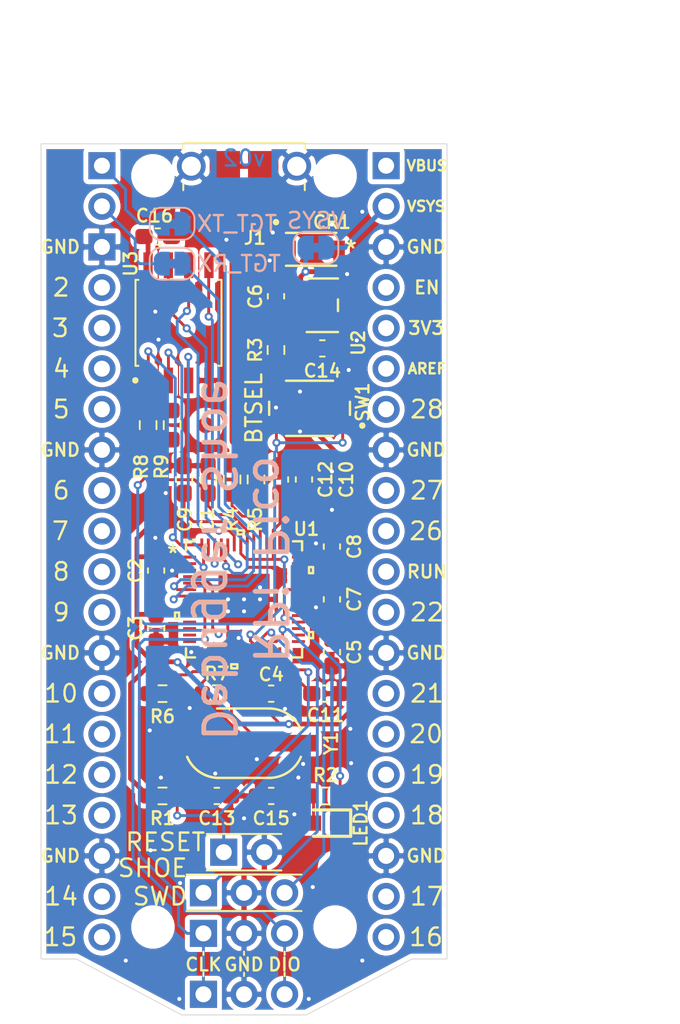
<source format=kicad_pcb>
(kicad_pcb (version 20221018) (generator pcbnew)
  (title_block (title "Raspberry Pi Pico Debugger Shoe") (date "2021-05-16") (rev "v02") (comment 2 "https://creativecommons.org/licenses/by/4.0/") (comment 3 "License: CC BY 4.0") (comment 4 "Author: Shawn Hymel"))
  (layers (0 "F.Cu" signal) (31 "B.Cu" signal) (34 "B.Paste" user) (35 "F.Paste" user) (36 "B.SilkS" user "B.Silkscreen") (37 "F.SilkS" user "F.Silkscreen") (38 "B.Mask" user) (39 "F.Mask" user) (44 "Edge.Cuts" user))
  (net 0 "")
  (net 1 "GND")
  (net 2 "+3V3")
  (net 3 "/VSYS")
  (net 4 "/+1.1V")
  (net 5 "/XIN")
  (net 6 "Net-(C15-Pad1)")
  (net 7 "/VBUS")
  (net 8 "Net-(J1-Pad4)")
  (net 9 "/USB_P")
  (net 10 "/USB_N")
  (net 11 "/RUN")
  (net 12 "/SWDIO")
  (net 13 "/SWCLK")
  (net 14 "Net-(J4-Pad18)")
  (net 15 "Net-(J4-Pad17)")
  (net 16 "Net-(J4-Pad15)")
  (net 17 "Net-(J4-Pad14)")
  (net 18 "Net-(J4-Pad13)")
  (net 19 "Net-(J4-Pad12)")
  (net 20 "Net-(J4-Pad10)")
  (net 21 "Net-(J4-Pad9)")
  (net 22 "Net-(J4-Pad8)")
  (net 23 "Net-(J4-Pad7)")
  (net 24 "Net-(J4-Pad5)")
  (net 25 "Net-(J4-Pad4)")
  (net 26 "Net-(J4-Pad3)")
  (net 27 "Net-(J4-Pad2)")
  (net 28 "Net-(J5-Pad20)")
  (net 29 "Net-(J5-Pad19)")
  (net 30 "Net-(J5-Pad17)")
  (net 31 "Net-(J5-Pad16)")
  (net 32 "Net-(J5-Pad15)")
  (net 33 "Net-(J5-Pad14)")
  (net 34 "Net-(J5-Pad12)")
  (net 35 "Net-(J5-Pad11)")
  (net 36 "Net-(J5-Pad10)")
  (net 37 "Net-(J5-Pad9)")
  (net 38 "Net-(J5-Pad7)")
  (net 39 "Net-(J5-Pad6)")
  (net 40 "Net-(J5-Pad5)")
  (net 41 "Net-(J5-Pad4)")
  (net 42 "Net-(J5-Pad2)")
  (net 43 "Net-(J5-Pad1)")
  (net 44 "/TARGET_SWDIO")
  (net 45 "/TARGET_SWCLK")
  (net 46 "Net-(J8-Pad2)")
  (net 47 "Net-(J8-Pad1)")
  (net 48 "/TARGET_TX")
  (net 49 "/TARGET_RX")
  (net 50 "Net-(LED1-Pad2)")
  (net 51 "/GPIO25")
  (net 52 "Net-(R3-Pad2)")
  (net 53 "Net-(R4-Pad2)")
  (net 54 "Net-(R5-Pad2)")
  (net 55 "/XOUT")
  (net 56 "/USB_BOOT")
  (net 57 "/QSPI_CS")
  (net 58 "/QSPI_SD1")
  (net 59 "/QSPI_SD2")
  (net 60 "/QSPI_SD0")
  (net 61 "/QSPI_SCK")
  (net 62 "/QSPI_SD3")
  (net 63 "Net-(U1-Pad41)")
  (net 64 "Net-(U1-Pad40)")
  (net 65 "Net-(U1-Pad39)")
  (net 66 "Net-(U1-Pad38)")
  (net 67 "Net-(U1-Pad36)")
  (net 68 "Net-(U1-Pad35)")
  (net 69 "Net-(U1-Pad34)")
  (net 70 "Net-(U1-Pad32)")
  (net 71 "Net-(U1-Pad31)")
  (net 72 "Net-(U1-Pad30)")
  (net 73 "Net-(U1-Pad29)")
  (net 74 "Net-(U1-Pad28)")
  (net 75 "Net-(U1-Pad27)")
  (net 76 "Net-(U1-Pad18)")
  (net 77 "Net-(U1-Pad17)")
  (net 78 "Net-(U1-Pad16)")
  (net 79 "Net-(U1-Pad15)")
  (net 80 "Net-(U1-Pad14)")
  (net 81 "Net-(U1-Pad13)")
  (net 82 "Net-(U1-Pad12)")
  (net 83 "Net-(U1-Pad11)")
  (net 84 "Net-(U1-Pad9)")
  (net 85 "Net-(U1-Pad8)")
  (net 86 "Net-(U1-Pad3)")
  (net 87 "Net-(U1-Pad2)")
  (net 88 "Net-(U2-Pad4)")
  (footprint "Capacitor_SMD:C_0603_1608Metric_Pad1.08x0.95mm_HandSolder" (layer "F.Cu") (at 132 106.3 -90)
    (fp_text reference "C3")
    (fp_text value "0.1uF")
  )
  (footprint "Capacitor_SMD:C_0603_1608Metric_Pad1.08x0.95mm_HandSolder" (layer "F.Cu") (at 143 107.8 -90)
    (fp_text reference "C5")
    (fp_text value "0.1uF")
  )
  (footprint "Capacitor_SMD:C_0603_1608Metric_Pad1.08x0.95mm_HandSolder" (layer "F.Cu") (at 143 104.5 -90)
    (fp_text reference "C7")
    (fp_text value "0.1uF")
  )
  (footprint "Capacitor_SMD:C_0603_1608Metric_Pad1.08x0.95mm_HandSolder" (layer "F.Cu") (at 135.8 116.8)
    (fp_text reference "C13")
    (fp_text value "27pF")
  )
  (footprint "Capacitor_SMD:C_0603_1608Metric_Pad1.08x0.95mm_HandSolder" (layer "F.Cu") (at 142.4 88.8 180)
    (fp_text reference "C14")
    (fp_text value "1uF")
  )
  (footprint "Capacitor_SMD:C_0603_1608Metric_Pad1.08x0.95mm_HandSolder" (layer "F.Cu") (at 139.2 116.8 180)
    (fp_text reference "C15")
    (fp_text value "27pF")
  )
  (footprint "Capacitor_SMD:C_0603_1608Metric_Pad1.08x0.95mm_HandSolder" (layer "F.Cu") (at 132.1 81.8)
    (fp_text reference "C16")
    (fp_text value "0.1uF")
  )
  (footprint "mbr120vlsft1g:MBR120VLSFT1G" (layer "F.Cu") (at 141.7 82.6 180)
    (fp_text reference "CR1")
    (fp_text value "MBR120VLSFT1G")
  )
  (footprint "custom:PinHeader_1x02_P2.54mm_Vertical_no-silk" (layer "F.Cu") (at 136.23 120.32 90)
    (fp_text reference "J2" hide)
    (fp_text value "Conn_01x02" hide)
  )
  (footprint "custom:PinHeader_1x03_P2.54mm_Vertical_no-silk" (layer "F.Cu") (at 134.96 122.86 90)
    (fp_text reference "J3" hide)
    (fp_text value "Conn_01x03" hide)
  )
  (footprint "custom:PinHeader_1x18_P2.54mm_Vertical_no-silk" (layer "F.Cu") (at 128.61 82.45)
    (fp_text reference "J4" hide)
    (fp_text value "Conn_01x18" hide)
  )
  (footprint "custom:PinHeader_1x03_P2.54mm_Vertical_no-silk" (layer "F.Cu") (at 134.96 129.21 90)
    (fp_text reference "J7" hide)
    (fp_text value "Conn_01x03" hide)
  )
  (footprint "custom:PinHeader_1x02_P2.54mm_Vertical_no-silk" (layer "F.Cu") (at 128.61 77.37)
    (fp_text reference "J8" hide)
    (fp_text value "Conn_01x02" hide)
  )
  (footprint "Resistor_SMD:R_0603_1608Metric_Pad0.98x0.95mm_HandSolder" (layer "F.Cu") (at 139.5 88.9 -90)
    (fp_text reference "R3")
    (fp_text value "10K")
  )
  (footprint "Resistor_SMD:R_0603_1608Metric_Pad0.98x0.95mm_HandSolder" (layer "F.Cu") (at 131.5 93.6 -90)
    (fp_text reference "R8")
    (fp_text value "1K")
  )
  (footprint "Resistor_SMD:R_0603_1608Metric_Pad0.98x0.95mm_HandSolder" (layer "F.Cu") (at 133 93.6 90)
    (fp_text reference "R9")
    (fp_text value "10K")
  )
  (footprint "W25Q16JVSSIQ:SOIC127P790X216-8N" (layer "F.Cu") (at 133.4 87.2 90)
    (fp_text reference "U3")
    (fp_text value "W25Q16JVSSIQ")
  )
  (footprint "Fiducial:Fiducial_1mm_Mask2mm" (layer "F.Cu") (at 143.2 121.3)
    (fp_text reference "FID2" hide)
    (fp_text value "Fiducial" hide)
  )
  (footprint "MountingHole:MountingHole_2.1mm" (layer "F.Cu") (at 131.8 125)
    (fp_text reference "H3" hide)
    (fp_text value "MountingHole" hide)
  )
  (footprint "MountingHole:MountingHole_2.1mm" (layer "F.Cu") (at 143.2 125)
    (fp_text reference "H4" hide)
    (fp_text value "MountingHole" hide)
  )
  (footprint "custom:PinHeader_1x20_P2.54mm_Vertical_no-silk" (layer "F.Cu") (at 146.39 77.37)
    (fp_text reference "J5" hide)
    (fp_text value "Conn_01x20" hide)
  )
  (footprint "custom:PinHeader_1x03_P2.54mm_Vertical_no-silk" (layer "F.Cu") (at 134.96 125.4 90)
    (fp_text reference "J6" hide)
    (fp_text value "Conn_01x03" hide)
  )
  (footprint "10118193-0001LF:FCI_10118193-0001LF_no-slot" (layer "F.Cu") (at 137.5 77.4 180)
    (fp_text reference "J1")
    (fp_text value "10118193-0001LF")
  )
  (footprint "rp2040:RP2040" (layer "F.Cu") (at 137.5 104.5)
    (fp_text reference "U1")
    (fp_text value "RP2040" hide)
  )
  (footprint "MountingHole:MountingHole_2.1mm" (layer "F.Cu") (at 131.8 78)
    (fp_text reference "H1" hide)
    (fp_text value "MountingHole" hide)
  )
  (footprint "MountingHole:MountingHole_2.1mm" (layer "F.Cu") (at 143.2 78)
    (fp_text reference "H2" hide)
    (fp_text value "MountingHole" hide)
  )
  (footprint "Resistor_SMD:R_0603_1608Metric_Pad0.98x0.95mm_HandSolder" (layer "F.Cu") (at 132.4 116.8)
    (fp_text reference "R1")
    (fp_text value "10K")
  )
  (footprint "Resistor_SMD:R_0603_1608Metric_Pad0.98x0.95mm_HandSolder" (layer "F.Cu") (at 142.6 116.8 180)
    (fp_text reference "R2")
    (fp_text value "1K")
  )
  (footprint "Resistor_SMD:R_0603_1608Metric_Pad0.98x0.95mm_HandSolder" (layer "F.Cu") (at 132.4 110.4 180)
    (fp_text reference "R6")
    (fp_text value "DNP")
  )
  (footprint "abls7m:ABLS7M2-16.000MHZ-D-2Y-T" (layer "F.Cu") (at 137.5 113.5)
    (fp_text reference "Y1")
    (fp_text value "12MHz" hide)
  )
  (footprint "Capacitor_SMD:C_0603_1608Metric_Pad1.08x0.95mm_HandSolder" (layer "F.Cu") (at 132 102.7 -90)
    (fp_text reference "C2")
    (fp_text value "0.1uF")
  )
  (footprint "Capacitor_SMD:C_0603_1608Metric_Pad1.08x0.95mm_HandSolder" (layer "F.Cu") (at 143 101.2 -90)
    (fp_text reference "C8")
    (fp_text value "0.1uF")
  )
  (footprint "Fiducial:Fiducial_1mm_Mask2mm" (layer "F.Cu") (at 135.1 93.6)
    (fp_text reference "FID1" hide)
    (fp_text value "Fiducial" hide)
  )
  (footprint "Capacitor_SMD:C_0603_1608Metric_Pad1.08x0.95mm_HandSolder" (layer "F.Cu") (at 139.5 85.5375 90)
    (fp_text reference "C6")
    (fp_text value "1uF")
  )
  (footprint "Capacitor_SMD:C_0603_1608Metric_Pad1.08x0.95mm_HandSolder" (layer "F.Cu") (at 142.6 110.4)
    (fp_text reference "C11")
    (fp_text value "0.1uF")
  )
  (footprint "Capacitor_SMD:C_0603_1608Metric_Pad1.08x0.95mm_HandSolder" (layer "F.Cu") (at 139.2 110.4)
    (fp_text reference "C4")
    (fp_text value "0.1uF")
  )
  (footprint "Capacitor_SMD:C_0603_1608Metric_Pad1.08x0.95mm_HandSolder" (layer "F.Cu") (at 141.25 97 90)
    (fp_text reference "C10")
    (fp_text value "1uF")
  )
  (footprint "Capacitor_SMD:C_0603_1608Metric_Pad1.08x0.95mm_HandSolder" (layer "F.Cu") (at 133.75 97 90)
    (fp_text reference "C9")
    (fp_text value "0.1uF")
  )
  (footprint "Capacitor_SMD:C_0603_1608Metric_Pad1.08x0.95mm_HandSolder" (layer "F.Cu") (at 135.25 97 90)
    (fp_text reference "C1")
    (fp_text value "0.1uF")
  )
  (footprint "Resistor_SMD:R_0603_1608Metric_Pad0.98x0.95mm_HandSolder" (layer "F.Cu") (at 138.25 97 -90)
    (fp_text reference "R5")
    (fp_text value "27")
  )
  (footprint "Resistor_SMD:R_0603_1608Metric_Pad0.98x0.95mm_HandSolder" (layer "F.Cu") (at 136.75 97 -90)
    (fp_text reference "R4")
    (fp_text value "27")
  )
  (footprint "ap2112:AP2112K-3.3TRG1" (layer "F.Cu") (at 142.4 86.1)
    (fp_text reference "U2")
    (fp_text value "AP2112K-3.3TRG1")
  )
  (footprint "Capacitor_SMD:C_0603_1608Metric_Pad1.08x0.95mm_HandSolder" (layer "F.Cu") (at 139.75 97 90)
    (fp_text reference "C12")
    (fp_text value "1uF")
  )
  (footprint "Resistor_SMD:R_0603_1608Metric_Pad0.98x0.95mm_HandSolder" (layer "F.Cu") (at 135.8 110.4)
    (fp_text reference "R7")
    (fp_text value "1K")
  )
  (footprint "150060VS75000:LEDC1608X80N" (layer "F.Cu") (at 142.6 118.5 180)
    (fp_text reference "LED1")
    (fp_text value "150060VS75000")
  )
  (footprint "PTS810 SJK 250 SMTR LFS:PTS810 SJK 250 SMTR LFS" (layer "F.Cu") (at 141.6 92.55 180)
    (fp_text reference "SW1")
    (fp_text value "PTS810_SJK_250_SMTR_LFS")
  )
  (footprint "Jumper:SolderJumper-2_P1.3mm_Bridged_RoundedPad1.0x1.5mm" (layer "B.Cu") (at 133 81 180)
    (fp_text reference "JP1" hide)
    (fp_text value "SolderJumper_2_Bridged")
  )
  (footprint "Jumper:SolderJumper-2_P1.3mm_Bridged_RoundedPad1.0x1.5mm" (layer "B.Cu") (at 133 83.5 180)
    (fp_text reference "JP2" hide)
    (fp_text value "SolderJumper_2_Bridged")
  )
  (footprint "Jumper:SolderJumper-2_P1.3mm_Bridged_RoundedPad1.0x1.5mm" (layer "B.Cu") (at 142 82.5 180)
    (fp_text reference "JP3" hide)
    (fp_text value "SolderJumper_2_Bridged")
  )
  (gr_line (start 134.96 127.86) (end 134.96 128.07) (stroke (width 0.12)) (layer "F.SilkS"))
  (gr_line (start 140.04 127.86) (end 140.04 128.07) (stroke (width 0.12)) (layer "F.SilkS"))
  (gr_line (start 140.04 126.54) (end 140.04 126.75) (stroke (width 0.12)) (layer "F.SilkS"))
  (gr_line (start 133.9 121.72) (end 141.1 121.72) (stroke (width 0.12)) (layer "F.SilkS"))
  (gr_line (start 135.16 121.46) (end 139.84 121.46) (stroke (width 0.12)) (layer "F.SilkS"))
  (gr_line (start 135.16 119.18) (end 139.84 119.18) (stroke (width 0.12)) (layer "F.SilkS"))
  (gr_line (start 137.5 127.86) (end 137.5 128.07) (stroke (width 0.12)) (layer "F.SilkS"))
  (gr_line (start 133.9 124) (end 141.1 124) (stroke (width 0.12)) (layer "F.SilkS"))
  (gr_line (start 134.96 126.54) (end 134.96 126.75) (stroke (width 0.12)) (layer "F.SilkS"))
  (gr_line (start 137.5 126.54) (end 137.5 126.75) (stroke (width 0.12)) (layer "F.SilkS"))
  (gr_line (start 133.6 130.5) (end 127 127) (stroke (width 0.05)) (layer "Edge.Cuts"))
  (gr_line (start 141.4 130.5) (end 148 127) (stroke (width 0.05)) (layer "Edge.Cuts"))
  (gr_line (start 124.8 127) (end 127 127) (stroke (width 0.05)) (layer "Edge.Cuts"))
  (gr_line (start 150.2 127) (end 148 127) (stroke (width 0.05)) (layer "Edge.Cuts"))
  (gr_line (start 124.8 76) (end 124.8 127) (stroke (width 0.05)) (layer "Edge.Cuts"))
  (gr_line (start 127 76) (end 124.8 76) (stroke (width 0.05)) (layer "Edge.Cuts"))
  (gr_line (start 127 76) (end 148 76) (stroke (width 0.05)) (layer "Edge.Cuts"))
  (gr_line (start 133.6 130.5) (end 141.4 130.5) (stroke (width 0.05)) (layer "Edge.Cuts"))
  (gr_line (start 150.2 76) (end 150.2 127) (stroke (width 0.05)) (layer "Edge.Cuts"))
  (gr_line (start 148 76) (end 150.2 76) (stroke (width 0.05)) (layer "Edge.Cuts"))
  (gr_text "v02" (at 137.5 76.9) (layer "B.Cu") (effects (font (size 1 1)) (justify mirror)))
  (gr_text "TGT_TX" (at 134.46 81) (layer "B.SilkS") (effects (font (size 1 1)) (justify right mirror)))
  (gr_text "TGT_RX" (at 134.46 83.5) (layer "B.SilkS") (effects (font (size 1 1)) (justify right mirror)))
  (gr_text "VSYS" (at 142 80.8) (layer "B.SilkS") (effects (font (size 1 1)) (justify mirror)))
  (gr_text "RPi Pico\nDebugger Shoe" (at 137.5 102 -90) (layer "B.SilkS") (effects (font (size 2 2) (thickness 0.3)) (justify mirror)))
  (gr_text "CLK" (at 134.96 127.35) (layer "F.SilkS") (effects (font (size 0.8 0.8))))
  (gr_text "DIO" (at 140.04 127.35) (layer "F.SilkS") (effects (font (size 0.8 0.8))))
  (gr_text "3" (at 126.01 87.53) (layer "F.SilkS") (effects (font (size 1.1 1.1))))
  (gr_text "4" (at 126.06 90.07) (layer "F.SilkS") (effects (font (size 1.1 1.1))))
  (gr_text "GND\n" (at 126.01 82.45) (layer "F.SilkS") (effects (font (size 0.8 0.8))))
  (gr_text "2" (at 126.06 84.99) (layer "F.SilkS") (effects (font (size 1.1 1.1))))
  (gr_text "GND\n" (at 126.01 107.85) (layer "F.SilkS") (effects (font (size 0.8 0.8))))
  (gr_text "GND\n" (at 126.01 95.15) (layer "F.SilkS") (effects (font (size 0.8 0.8))))
  (gr_text "9" (at 126.06 105.31) (layer "F.SilkS") (effects (font (size 1.1 1.1))))
  (gr_text "7" (at 126.01 100.23) (layer "F.SilkS") (effects (font (size 1.1 1.1))))
  (gr_text "10" (at 126.06 110.39) (layer "F.SilkS") (effects (font (size 1.1 1.1))))
  (gr_text "GND\n" (at 126.01 120.55) (layer "F.SilkS") (effects (font (size 0.8 0.8))))
  (gr_text "15" (at 126.01 125.63) (layer "F.SilkS") (effects (font (size 1.1 1.1))))
  (gr_text "12" (at 126.06 115.47) (layer "F.SilkS") (effects (font (size 1.1 1.1))))
  (gr_text "6" (at 126.06 97.69) (layer "F.SilkS") (effects (font (size 1.1 1.1))))
  (gr_text "5" (at 126.06 92.61) (layer "F.SilkS") (effects (font (size 1.1 1.1))))
  (gr_text "14" (at 126.06 123.09) (layer "F.SilkS") (effects (font (size 1.1 1.1))))
  (gr_text "11" (at 126.01 112.93) (layer "F.SilkS") (effects (font (size 1.1 1.1))))
  (gr_text "13" (at 126.06 118.01) (layer "F.SilkS") (effects (font (size 1.1 1.1))))
  (gr_text "8" (at 126.06 102.77) (layer "F.SilkS") (effects (font (size 1.1 1.1))))
  (gr_text "RUN" (at 148.94 102.77) (layer "F.SilkS") (effects (font (size 0.8 0.8))))
  (gr_text "18" (at 148.94 118.01) (layer "F.SilkS") (effects (font (size 1.1 1.1))))
  (gr_text "20" (at 148.89 112.93) (layer "F.SilkS") (effects (font (size 1.1 1.1))))
  (gr_text "17" (at 148.94 123.09) (layer "F.SilkS") (effects (font (size 1.1 1.1))))
  (gr_text "28" (at 148.94 92.61) (layer "F.SilkS") (effects (font (size 1.1 1.1))))
  (gr_text "27" (at 148.94 97.69) (layer "F.SilkS") (effects (font (size 1.1 1.1))))
  (gr_text "19" (at 148.94 115.47) (layer "F.SilkS") (effects (font (size 1.1 1.1))))
  (gr_text "16" (at 148.89 125.63) (layer "F.SilkS") (effects (font (size 1.1 1.1))))
  (gr_text "GND\n" (at 148.89 120.55) (layer "F.SilkS") (effects (font (size 0.8 0.8))))
  (gr_text "21" (at 148.94 110.39) (layer "F.SilkS") (effects (font (size 1.1 1.1))))
  (gr_text "26" (at 148.89 100.23) (layer "F.SilkS") (effects (font (size 1.1 1.1))))
  (gr_text "22" (at 148.94 105.31) (layer "F.SilkS") (effects (font (size 1.1 1.1))))
  (gr_text "GND\n" (at 148.89 95.15) (layer "F.SilkS") (effects (font (size 0.8 0.8))))
  (gr_text "GND\n" (at 148.89 107.85) (layer "F.SilkS") (effects (font (size 0.8 0.8))))
  (gr_text "EN" (at 148.94 84.99) (layer "F.SilkS") (effects (font (size 0.8 0.8))))
  (gr_text "GND\n" (at 148.89 82.45) (layer "F.SilkS") (effects (font (size 0.8 0.8))))
  (gr_text "AREF" (at 148.94 90.07) (layer "F.SilkS") (effects (font (size 0.65 0.65))))
  (gr_text "3V3" (at 148.89 87.53) (layer "F.SilkS") (effects (font (size 0.8 0.8))))
  (gr_text "VSYS" (at 148.89 79.91) (layer "F.SilkS") (effects (font (size 0.65 0.65))))
  (gr_text "VBUS" (at 148.94 77.37) (layer "F.SilkS") (effects (font (size 0.65 0.65))))
  (gr_text "SHOE\nSWD" (at 134.05 122.2) (layer "F.SilkS") (effects (font (size 1.1 1.1)) (justify right)))
  (gr_text "RESET" (at 135.16 119.69) (layer "F.SilkS") (effects (font (size 1.1 1.1)) (justify right)))
  (gr_text "BTSEL" (at 138.12 92.55 90) (layer "F.SilkS") (effects (font (size 1 1))))
  (gr_text "GND" (at 137.5 127.35) (layer "F.SilkS") (effects (font (size 0.8 0.8))))
  (segment (start 136.484 107.9036) (end 136.484 106.766) (width 0.18) (layer "F.Cu") (net 1))
  (segment (start 143 105.3625) (end 143 105.26) (width 0.18) (layer "F.Cu") (net 1))
  (segment (start 140.0625 110.4) (end 140.0625 111.3525) (width 0.18) (layer "F.Cu") (net 1))
  (segment (start 143 102.0625) (end 143 101.96) (width 0.18) (layer "F.Cu") (net 1))
  (segment (start 136.484 106.766) (end 136.484 105.516) (width 0.18) (layer "F.Cu") (net 1))
  (segment (start 132 102.9) (end 132.2 102.7) (width 0.18) (layer "F.Cu") (net 1))
  (segment (start 137.006 106.766) (end 137.16 106.92) (width 0.18) (layer "F.Cu") (net 1))
  (segment (start 132.2 102.7) (end 133 102.7) (width 0.18) (layer "F.Cu") (net 1))
  (segment (start 132 103.5625) (end 132 102.9) (width 0.18) (layer "F.Cu") (net 1))
  (segment (start 136.484 105.516) (end 137.5 104.5) (width 0.18) (layer "F.Cu") (net 1))
  (segment (start 136.484 106.766) (end 137.006 106.766) (width 0.18) (layer "F.Cu") (net 1))
  (via (at 136.4 82) (size 0.508) (drill 0.254) (layers "F.Cu" "B.Cu") (net 1))
  (via (at 143 81.05) (size 0.508) (drill 0.254) (layers "F.Cu" "B.Cu") (net 1))
  (via (at 136.5 104.5) (size 0.508) (drill 0.254) (layers "F.Cu" "B.Cu") (net 1))
  (via (at 138.5 104.5) (size 0.508) (drill 0.254) (layers "F.Cu" "B.Cu") (net 1))
  (via (at 131.95 86.5) (size 0.508) (drill 0.254) (layers "F.Cu" "B.Cu") (net 1))
  (via (at 140.0625 111.3525) (size 0.508) (drill 0.254) (layers "F.Cu" "B.Cu") (net 1))
  (via (at 142 105) (size 0.508) (drill 0.254) (layers "F.Cu" "B.Cu") (net 1))
  (via (at 139.3 81.55) (size 0.508) (drill 0.254) (layers "F.Cu" "B.Cu") (net 1))
  (via (at 133.5 122.25) (size 0.508) (drill 0.254) (layers "F.Cu" "B.Cu") (net 1))
  (via (at 140.65 117.95) (size 0.508) (drill 0.254) (layers "F.Cu" "B.Cu") (net 1))
  (via (at 132.3 115.65) (size 0.508) (drill 0.254) (layers "F.Cu" "B.Cu") (net 1))
  (via (at 132.15 88.25) (size 0.508) (drill 0.254) (layers "F.Cu" "B.Cu") (net 1))
  (via (at 141 94) (size 0.508) (drill 0.254) (layers "F.Cu" "B.Cu") (net 1))
  (via (at 135.7 115.4) (size 0.508) (drill 0.254) (layers "F.Cu" "B.Cu") (net 1))
  (via (at 131.65 120.2) (size 0.508) (drill 0.254) (layers "F.Cu" "B.Cu") (net 1))
  (via (at 139.1 83.3) (size 0.508) (drill 0.254) (layers "F.Cu" "B.Cu") (net 1))
  (via (at 144.9 80.25) (size 0.508) (drill 0.254) (layers "F.Cu" "B.Cu") (net 1))
  (via (at 141.55 129.5) (size 0.508) (drill 0.254) (layers "F.Cu" "B.Cu") (net 1))
  (via (at 137.5 105.25) (size 0.508) (drill 0.254) (layers "F.Cu" "B.Cu") (net 1))
  (via (at 138.5 103.75) (size 0.508) (drill 0.254) (layers "F.Cu" "B.Cu") (net 1))
  (via (at 137.16 106.92) (size 0.508) (drill 0.254) (layers "F.Cu" "B.Cu") (net 1))
  (via (at 143 96.5) (size 0.508) (drill 0.254) (layers "F.Cu" "B.Cu") (net 1))
  (via (at 142 101) (size 0.508) (drill 0.254) (layers "F.Cu" "B.Cu") (net 1))
  (via (at 141 91.5) (size 0.508) (drill 0.254) (layers "F.Cu" "B.Cu") (net 1))
  (via (at 139.5 92.5) (size 0.508) (drill 0.254) (layers "F.Cu" "B.Cu") (net 1))
  (via (at 136.5 105.25) (size 0.508) (drill 0.254) (layers "F.Cu" "B.Cu") (net 1))
  (via (at 131.95 100.65) (size 0.508) (drill 0.254) (layers "F.Cu" "B.Cu") (net 1))
  (via (at 130.1 127.1) (size 0.508) (drill 0.254) (layers "F.Cu" "B.Cu") (net 1))
  (via (at 132.6 97.85) (size 0.508) (drill 0.254) (layers "F.Cu" "B.Cu") (net 1))
  (via (at 137.5 104.5) (size 0.508) (drill 0.254) (layers "F.Cu" "B.Cu") (net 1))
  (via (at 133 102.7) (size 0.508) (drill 0.254) (layers "F.Cu" "B.Cu") (net 1))
  (via (at 133.45 129.5) (size 0.508) (drill 0.254) (layers "F.Cu" "B.Cu") (net 1))
  (via (at 144.05 90.15) (size 0.508) (drill 0.254) (layers "F.Cu" "B.Cu") (net 1))
  (via (at 134.1 111.3) (size 0.508) (drill 0.254) (layers "F.Cu" "B.Cu") (net 1))
  (via (at 134.2 107.8) (size 0.508) (drill 0.254) (layers "F.Cu" "B.Cu") (net 1))
  (via (at 131.6 112.7) (size 0.508) (drill 0.254) (layers "F.Cu" "B.Cu") (net 1))
  (via (at 144.2 114.75) (size 0.508) (drill 0.254) (layers "F.Cu" "B.Cu") (net 1))
  (via (at 144.9 127.1) (size 0.508) (drill 0.254) (layers "F.Cu" "B.Cu") (net 1))
  (via (at 143 98.9) (size 0.508) (drill 0.254) (layers "F.Cu" "B.Cu") (net 1))
  (via (at 144.15 112.6) (size 0.508) (drill 0.254) (layers "F.Cu" "B.Cu") (net 1))
  (via (at 141.8 122.5) (size 0.508) (drill 0.254) (layers "F.Cu" "B.Cu") (net 1))
  (via (at 144.55 88.3) (size 0.508) (drill 0.254) (layers "F.Cu" "B.Cu") (net 1))
  (via (at 138.3 114.5) (size 0.508) (drill 0.254) (layers "F.Cu" "B.Cu") (net 1))
  (via (at 143.95 84.15) (size 0.508) (drill 0.254) (layers "F.Cu" "B.Cu") (net 1))
  (via (at 137.5 118.2) (size 0.508) (drill 0.254) (layers "F.Cu" "B.Cu") (net 1))
  (via (at 140.9 115.65) (size 0.508) (drill 0.254) (layers "F.Cu" "B.Cu") (net 1))
  (via (at 141.2 114.8) (size 0.508) (drill 0.254) (layers "F.Cu" "B.Cu") (net 1))
  (segment (start 144.5 106.9) (end 144.5 106.9) (width 0.3) (layer "F.Cu") (net 2))
  (segment (start 130.8375 101.8375) (end 130.8 101.8) (width 0.3) (layer "F.Cu") (net 2))
  (segment (start 132.0209 101.8584) (end 132 101.8375) (width 0.18) (layer "F.Cu") (net 2))
  (segment (start 142.15 90.75) (end 143.2625 89.6375) (width 0.3) (layer "F.Cu") (net 2))
  (segment (start 133.319998 108.41) (end 133.339998 108.43) (width 0.3) (layer "F.Cu") (net 2))
  (segment (start 144.5 106.9) (end 144.5 111.14) (width 0.3) (layer "F.Cu") (net 2))
  (segment (start 143 106.9375) (end 143 106.93) (width 0.18) (layer "F.Cu") (net 2))
  (segment (start 140.1416 100.5434) (end 140.3475 100.3375) (width 0.18) (layer "F.Cu") (net 2))
  (segment (start 130.8 107.42921) (end 131.78079 108.41) (width 0.3) (layer "F.Cu") (net 2))
  (segment (start 130.8375 105.4375) (end 130.8 105.4) (width 0.3) (layer "F.Cu") (net 2))
  (segment (start 137.7032 108.7832) (end 138.3375 109.4175) (width 0.18) (layer "F.Cu") (net 2))
  (segment (start 135.8 99.2) (end 135.25 98.65) (width 0.18) (layer "F.Cu") (net 2))
  (segment (start 131.495 83.595) (end 131.495 82.0575) (width 0.3) (layer "F.Cu") (net 2))
  (segment (start 130.65499 93.189142) (end 130.65499 86.55501) (width 0.3) (layer "F.Cu") (net 2))
  (segment (start 144.5 100.3) (end 144.5 103.6) (width 0.3) (layer "F.Cu") (net 2))
  (segment (start 144.4625 103.6375) (end 144.5 103.6) (width 0.3) (layer "F.Cu") (net 2))
  (segment (start 138.3375 110.875) (end 139.762502 112.300002) (width 0.18) (layer "F.Cu") (net 2))
  (segment (start 143.2625 87.8625) (end 143.2625 88.8) (width 0.3) (layer "F.Cu") (net 2))
  (segment (start 144.5 111.14) (end 143.339998 112.300002) (width 0.3) (layer "F.Cu") (net 2))
  (segment (start 131.96001 95.55249) (end 131.96001 97.01001) (width 0.3) (layer "F.Cu") (net 2))
  (segment (start 143.75255 85.149999) (end 142.950001 85.149999) (width 0.3) (layer "F.Cu") (net 2))
  (segment (start 141.25 97.8625) (end 144.4375 97.8625) (width 0.3) (layer "F.Cu") (net 2))
  (segment (start 131.120838 93.65499) (end 130.65499 93.189142) (width 0.3) (layer "F.Cu") (net 2))
  (segment (start 144.5 98.3) (end 144.5 100.3) (width 0.3) (layer "F.Cu") (net 2))
  (segment (start 137.7032 101.0964) (end 137.7032 100.207502) (width 0.18) (layer "F.Cu") (net 2))
  (segment (start 131.78079 108.41) (end 133.319998 108.41) (width 0.3) (layer "F.Cu") (net 2))
  (segment (start 131.96499 97.01499) (end 131.96001 97.01001) (width 0.18) (layer "F.Cu") (net 2))
  (segment (start 130.4 115.7125) (end 130.4 109.79079) (width 0.3) (layer "F.Cu") (net 2))
  (segment (start 138.3375 109.4175) (end 138.3375 110.4) (width 0.18) (layer "F.Cu") (net 2))
  (segment (start 137.7032 100.207502) (end 136.695698 99.2) (width 0.18) (layer "F.Cu") (net 2))
  (segment (start 142.15 94.19) (end 142.15 90.75) (width 0.3) (layer "F.Cu") (net 2))
  (segment (start 131.96001 97.01001) (end 131.96001 99.53999) (width 0.3) (layer "F.Cu") (net 2))
  (segment (start 143.339998 112.300002) (end 140.3 112.300002) (width 0.3) (layer "F.Cu") (net 2))
  (segment (start 142.7 85.4) (end 142.7 87.3) (width 0.3) (layer "F.Cu") (net 2))
  (segment (start 130.65499 86.55501) (end 131.495 85.715) (width 0.3) (layer "F.Cu") (net 2))
  (segment (start 131.96001 99.53999) (end 130.8 100.7) (width 0.3) (layer "F.Cu") (net 2))
  (segment (start 140.1416 101.0964) (end 140.1416 100.5434) (width 0.18) (layer "F.Cu") (net 2))
  (segment (start 133 94.5125) (end 132.14249 93.65499) (width 0.3) (layer "F.Cu") (net 2))
  (segment (start 130.8 105.4) (end 130.8 107.42921) (width 0.3) (layer "F.Cu") (net 2))
  (segment (start 144.4625 100.3375) (end 144.5 100.3) (width 0.3) (layer "F.Cu") (net 2))
  (segment (start 144.5 98.3) (end 144.5 97.8) (width 0.3) (layer "F.Cu") (net 2))
  (segment (start 138.1096 101.0964) (end 138.1096 100.3096) (width 0.18) (layer "F.Cu") (net 2))
  (segment (start 130.8 100.7) (end 130.8 101.8) (width 0.3) (layer "F.Cu") (net 2))
  (segment (start 136.695698 99.2) (end 135.8 99.2) (width 0.18) (layer "F.Cu") (net 2))
  (segment (start 143.2625 89.6375) (end 143.2625 88.8) (width 0.3) (layer "F.Cu") (net 2))
  (segment (start 134.40249 97.01499) (end 131.96499 97.01499) (width 0.18) (layer "F.Cu") (net 2))
  (segment (start 135.25 98.65) (end 135.25 97.8625) (width 0.18) (layer "F.Cu") (net 2))
  (segment (start 143 100.3375) (end 144.4625 100.3375) (width 0.3) (layer "F.Cu") (net 2))
  (segment (start 133 94.5125) (end 131.96001 95.55249) (width 0.3) (layer "F.Cu") (net 2))
  (segment (start 144.5 96.54) (end 142.15 94.19) (width 0.3) (layer "F.Cu") (net 2))
  (segment (start 144.4625 106.9375) (end 144.5 106.9) (width 0.3) (layer "F.Cu") (net 2))
  (segment (start 139.7352 100.330498) (end 141.25 98.815698) (width 0.18) (layer "F.Cu") (net 2))
  (segment (start 138.3375 110.4) (end 138.3375 110.875) (width 0.18) (layer "F.Cu") (net 2))
  (segment (start 138.1096 100.3096) (end 138.007502 100.207502) (width 0.18) (layer "F.Cu") (net 2))
  (segment (start 139.7352 101.0964) (end 139.7352 100.330498) (width 0.18) (layer "F.Cu") (net 2))
  (segment (start 143 103.6375) (end 144.4625 103.6375) (width 0.3) (layer "F.Cu") (net 2))
  (segment (start 143 106.93) (end 141.586 105.516) (width 0.18) (layer "F.Cu") (net 2))
  (segment (start 142.17 102.81) (end 142.9975 103.6375) (width 0.18) (layer "F.Cu") (net 2))
  (segment (start 131.4875 116.8) (end 130.4 115.7125) (width 0.3) (layer "F.Cu") (net 2))
  (segment (start 142.7 87.3) (end 143.2625 87.8625) (width 0.3) (layer "F.Cu") (net 2))
  (segment (start 141.25 98.815698) (end 141.25 97.8625) (width 0.18) (layer "F.Cu") (net 2))
  (segment (start 139.762502 112.300002) (end 140.3 112.300002) (width 0.18) (layer "F.Cu") (net 2))
  (segment (start 141.9384 101.8584) (end 142.17 102.09) (width 0.18) (layer "F.Cu") (net 2))
  (segment (start 131.495 82.0575) (end 131.2375 81.8) (width 0.3) (layer "F.Cu") (net 2))
  (segment (start 141.586 105.516) (end 140.9036 105.516) (width 0.18) (layer "F.Cu") (net 2))
  (segment (start 144.4375 97.8625) (end 144.5 97.8) (width 0.3) (layer "F.Cu") (net 2))
  (segment (start 132 105.4375) (end 130.8375 105.4375) (width 0.3) (layer "F.Cu") (net 2))
  (segment (start 140.3475 100.3375) (end 143 100.3375) (width 0.18) (layer "F.Cu") (net 2))
  (segment (start 143 106.9375) (end 144.4625 106.9375) (width 0.3) (layer "F.Cu") (net 2))
  (segment (start 144.5 103.6) (end 144.5 106.9) (width 0.3) (layer "F.Cu") (net 2))
  (segment (start 132 101.8375) (end 130.8375 101.8375) (width 0.3) (layer "F.Cu") (net 2))
  (segment (start 132.0785 105.516) (end 132 105.4375) (width 0.18) (layer "F.Cu") (net 2))
  (segment (start 137.7032 107.9036) (end 137.7032 108.7832) (width 0.18) (layer "F.Cu") (net 2))
  (segment (start 134.0964 101.8584) (end 132.0209 101.8584) (width 0.18) (layer "F.Cu") (net 2))
  (segment (start 130.4 109.79079) (end 131.78079 108.41) (width 0.3) (layer "F.Cu") (net 2))
  (segment (start 142.17 102.09) (end 142.17 102.81) (width 0.18) (layer "F.Cu") (net 2))
  (segment (start 142.9975 103.6375) (end 143 103.6375) (width 0.18) (layer "F.Cu") (net 2))
  (segment (start 142.950001 85.149999) (end 142.7 85.4) (width 0.3) (layer "F.Cu") (net 2))
  (segment (start 135.25 97.8625) (end 134.40249 97.01499) (width 0.18) (layer "F.Cu") (net 2))
  (segment (start 132.14249 93.65499) (end 131.120838 93.65499) (width 0.3) (layer "F.Cu") (net 2))
  (segment (start 134.0964 105.516) (end 132.0785 105.516) (width 0.18) (layer "F.Cu") (net 2))
  (segment (start 131.495 85.715) (end 131.495 83.595) (width 0.3) (layer "F.Cu") (net 2))
  (segment (start 140.9036 101.8584) (end 141.9384 101.8584) (width 0.18) (layer "F.Cu") (net 2))
  (segment (start 138.007502 100.207502) (end 137.7032 100.207502) (width 0.18) (layer "F.Cu") (net 2))
  (segment (start 130.8 105.4) (end 130.8 101.8) (width 0.3) (layer "F.Cu") (net 2))
  (segment (start 144.5 97.8) (end 144.5 96.54) (width 0.3) (layer "F.Cu") (net 2))
  (via (at 140.3 112.300002) (size 0.508) (drill 0.254) (layers "F.Cu" "B.Cu") (net 2))
  (via (at 133.339998 108.43) (size 0.508) (drill 0.254) (layers "F.Cu" "B.Cu") (net 2))
  (segment (start 137.21 112.300002) (end 140.3 112.300002) (width 0.3) (layer "B.Cu") (net 2))
  (segment (start 133.339998 108.43) (end 137.21 112.300002) (width 0.3) (layer "B.Cu") (net 2))
  (segment (start 141.35 84) (end 142.05 84) (width 0.3) (layer "F.Cu") (net 3))
  (segment (start 141.04745 84.30255) (end 141.35 84) (width 0.3) (layer "F.Cu") (net 3))
  (segment (start 140.680001 85.149999) (end 141.04745 85.149999) (width 0.3) (layer "F.Cu") (net 3))
  (segment (start 143.2367 83.6633) (end 142.9 84) (width 0.3) (layer "F.Cu") (net 3))
  (segment (start 139.5 86.33) (end 140.680001 85.149999) (width 0.3) (layer "F.Cu") (net 3))
  (segment (start 143.2367 82.6) (end 143.2367 83.6633) (width 0.3) (layer "F.Cu") (net 3))
  (segment (start 139.5 86.4) (end 139.5 87.9875) (width 0.3) (layer "F.Cu") (net 3))
  (segment (start 141.04745 85.149999) (end 141.04745 84.30255) (width 0.3) (layer "F.Cu") (net 3))
  (segment (start 139.5 86.4) (end 139.5 86.33) (width 0.3) (layer "F.Cu") (net 3))
  (segment (start 142.05 84) (end 142.9 84) (width 0.3) (layer "F.Cu") (net 3))
  (via (at 141.35 84) (size 0.508) (drill 0.254) (layers "F.Cu" "B.Cu") (net 3))
  (segment (start 141.35 82.5) (end 141.35 84) (width 0.3) (layer "B.Cu") (net 3))
  (segment (start 139.75 97.8625) (end 139.75 99.75) (width 0.18) (layer "F.Cu") (net 4))
  (segment (start 137.2968 100.3668) (end 137.2968 101.0964) (width 0.18) (layer "F.Cu") (net 4))
  (segment (start 133.75 99.05) (end 134.34 99.64) (width 0.18) (layer "F.Cu") (net 4))
  (segment (start 138.920011 109.310011) (end 140.647511 109.310011) (width 0.18) (layer "F.Cu") (net 4))
  (segment (start 136.57 99.64) (end 137.2968 100.3668) (width 0.18) (layer "F.Cu") (net 4))
  (segment (start 137.2968 101.638063) (end 137.658737 102) (width 0.18) (layer "F.Cu") (net 4))
  (segment (start 134.34 99.64) (end 136.57 99.64) (width 0.18) (layer "F.Cu") (net 4))
  (segment (start 140.647511 109.310011) (end 141.7375 110.4) (width 0.18) (layer "F.Cu") (net 4))
  (segment (start 139.3288 100.1712) (end 139.3288 101.0964) (width 0.18) (layer "F.Cu") (net 4))
  (segment (start 137.9 107.1) (end 137.9 106.7) (width 0.18) (layer "F.Cu") (net 4))
  (segment (start 139.3288 101.0964) (end 139.3288 101.9788) (width 0.18) (layer "F.Cu") (net 4))
  (segment (start 139.75 99.75) (end 139.3288 100.1712) (width 0.18) (layer "F.Cu") (net 4))
  (segment (start 138.1096 108.4996) (end 138.920011 109.310011) (width 0.18) (layer "F.Cu") (net 4))
  (segment (start 138.1096 107.9036) (end 138.1096 108.4996) (width 0.18) (layer "F.Cu") (net 4))
  (segment (start 138.1096 107.9036) (end 138.1096 107.3096) (width 0.18) (layer "F.Cu") (net 4))
  (segment (start 137.658737 102) (end 139.35 102) (width 0.18) (layer "F.Cu") (net 4))
  (segment (start 133.75 97.8625) (end 133.75 99.05) (width 0.18) (layer "F.Cu") (net 4))
  (segment (start 139.3288 101.9788) (end 139.35 102) (width 0.18) (layer "F.Cu") (net 4))
  (segment (start 139.35 102) (end 140.02 102) (width 0.18) (layer "F.Cu") (net 4))
  (segment (start 137.2968 101.0964) (end 137.2968 101.638063) (width 0.18) (layer "F.Cu") (net 4))
  (segment (start 138.1096 107.3096) (end 137.9 107.1) (width 0.18) (layer "F.Cu") (net 4))
  (via (at 137.9 106.7) (size 0.508) (drill 0.254) (layers "F.Cu" "B.Cu") (net 4))
  (via (at 140.02 102) (size 0.508) (drill 0.254) (layers "F.Cu" "B.Cu") (net 4))
  (segment (start 138.18 106.7) (end 140.02 104.86) (width 0.18) (layer "B.Cu") (net 4))
  (segment (start 140.02 104.86) (end 140.02 102) (width 0.18) (layer "B.Cu") (net 4))
  (segment (start 137.9 106.7) (end 138.18 106.7) (width 0.18) (layer "B.Cu") (net 4))
  (segment (start 136.36041 109.01999) (end 136.8904 108.49) (width 0.18) (layer "F.Cu") (net 5))
  (segment (start 134.5409 112.6909) (end 134.5409 113.5) (width 0.18) (layer "F.Cu") (net 5))
  (segment (start 134.294732 109.01999) (end 136.36041 109.01999) (width 0.18) (layer "F.Cu") (net 5))
  (segment (start 133.87 112.02) (end 134.5409 112.6909) (width 0.18) (layer "F.Cu") (net 5))
  (segment (start 134.9375 114.6775) (end 134.9375 116.8) (width 0.18) (layer "F.Cu") (net 5))
  (segment (start 133.1075 112.02) (end 133.87 112.02) (width 0.18) (layer "F.Cu") (net 5))
  (segment (start 134.090721 109.224001) (end 134.294732 109.01999) (width 0.18) (layer "F.Cu") (net 5))
  (segment (start 136.8904 108.49) (end 136.8904 107.9036) (width 0.18) (layer "F.Cu") (net 5))
  (segment (start 134.5409 114.2809) (end 134.9375 114.6775) (width 0.18) (layer "F.Cu") (net 5))
  (segment (start 132.663499 109.224001) (end 134.090721 109.224001) (width 0.18) (layer "F.Cu") (net 5))
  (segment (start 131.4875 110.4) (end 133.1075 112.02) (width 0.18) (layer "F.Cu") (net 5))
  (segment (start 134.5409 113.5) (end 134.5409 114.2809) (width 0.18) (layer "F.Cu") (net 5))
  (segment (start 131.4875 110.4) (end 132.663499 109.224001) (width 0.18) (layer "F.Cu") (net 5))
  (segment (start 136.7125 111.6625) (end 138.55 113.5) (width 0.18) (layer "F.Cu") (net 6))
  (segment (start 140.0625 114.6775) (end 140.0625 116.8) (width 0.18) (layer "F.Cu") (net 6))
  (segment (start 140.4591 114.2809) (end 140.0625 114.6775) (width 0.18) (layer "F.Cu") (net 6))
  (segment (start 136.7125 110.4) (end 136.7125 111.6625) (width 0.18) (layer "F.Cu") (net 6))
  (segment (start 140.4591 113.5) (end 140.4591 114.2809) (width 0.18) (layer "F.Cu") (net 6))
  (segment (start 138.55 113.5) (end 140.4591 113.5) (width 0.18) (layer "F.Cu") (net 6))
  (segment (start 139.529999 80.439999) (end 139.529999 80.859999) (width 0.3) (layer "F.Cu") (net 7))
  (segment (start 139.165 80.075) (end 139.529999 80.439999) (width 0.3) (layer "F.Cu") (net 7))
  (segment (start 139.529999 80.859999) (end 140.1633 81.4933) (width 0.3) (layer "F.Cu") (net 7))
  (segment (start 138.8 80.075) (end 139.165 80.075) (width 0.3) (layer "F.Cu") (net 7))
  (segment (start 140.1633 81.4933) (end 140.1633 82.6) (width 0.3) (layer "F.Cu") (net 7))
  (segment (start 137.3 81.6) (end 137.3 82.4) (width 0.77) (layer "F.Cu") (net 9))
  (segment (start 136.979989 94.541189) (end 136.979989 95.857511) (width 0.18) (layer "F.Cu") (net 9))
  (segment (start 137.3 81.6) (end 137.3 81.125001) (width 0.25) (layer "F.Cu") (net 9))
  (segment (start 137.3 81.125001) (end 137.5 80.925001) (width 0.25) (layer "F.Cu") (net 9))
  (segment (start 137.3 82.4) (end 136.979989 82.720011) (width 0.77) (layer "F.Cu") (net 9))
  (segment (start 137.5 80.925001) (end 137.5 80.075) (width 0.25) (layer "F.Cu") (net 9))
  (segment (start 136.979989 82.720011) (end 136.979989 94.541189) (width 0.77) (layer "F.Cu") (net 9))
  (segment (start 136.979989 95.857511) (end 136.75 96.0875) (width 0.18) (layer "F.Cu") (net 9))
  (segment (start 138 94.5612) (end 138 95.8375) (width 0.18) (layer "F.Cu") (net 10))
  (segment (start 138.4 82.742513) (end 138 83.142513) (width 0.77) (layer "F.Cu") (net 10))
  (segment (start 138.15 80.85) (end 138.15 80.075) (width 0.25) (layer "F.Cu") (net 10))
  (segment (start 138 83.142513) (end 138 94.5612) (width 0.77) (layer "F.Cu") (net 10))
  (segment (start 138.4 81.1) (end 138.15 80.85) (width 0.25) (layer "F.Cu") (net 10))
  (segment (start 138.4 81.6) (end 138.4 81.1) (width 0.25) (layer "F.Cu") (net 10))
  (segment (start 138 95.8375) (end 138.25 96.0875) (width 0.18) (layer "F.Cu") (net 10))
  (segment (start 138.4 81.6) (end 138.4 82.742513) (width 0.77) (layer "F.Cu") (net 10))
  (segment (start 133.32 118.03) (end 133.32 116.8075) (width 0.18) (layer "F.Cu") (net 11))
  (segment (start 139.3288 107.9036) (end 139.3288 108.550502) (width 0.18) (layer "F.Cu") (net 11))
  (segment (start 141.37 108.91) (end 141.52 109.06) (width 0.18) (layer "F.Cu") (net 11))
  (segment (start 139.688298 108.91) (end 141.37 108.91) (width 0.18) (layer "F.Cu") (net 11))
  (segment (start 139.3288 108.550502) (end 139.688298 108.91) (width 0.18) (layer "F.Cu") (net 11))
  (segment (start 133.32 116.8075) (end 133.3125 116.8) (width 0.18) (layer "F.Cu") (net 11))
  (via (at 141.52 109.06) (size 0.508) (drill 0.254) (layers "F.Cu" "B.Cu") (net 11))
  (via (at 133.32 118.03) (size 0.508) (drill 0.254) (layers "F.Cu" "B.Cu") (net 11))
  (segment (start 136.23 120.32) (end 136.23 118.38) (width 0.18) (layer "B.Cu") (net 11))
  (segment (start 136.23 118.38) (end 135.88 118.03) (width 0.18) (layer "B.Cu") (net 11))
  (segment (start 141.52 109.06) (end 141.52 112.39) (width 0.18) (layer "B.Cu") (net 11))
  (segment (start 141.52 112.39) (end 135.88 118.03) (width 0.18) (layer "B.Cu") (net 11))
  (segment (start 135.88 118.03) (end 133.32 118.03) (width 0.18) (layer "B.Cu") (net 11))
  (segment (start 139.039098 107.14) (end 139.520226 107.14) (width 0.18) (layer "F.Cu") (net 12))
  (segment (start 138.9224 107.9036) (end 138.9224 107.256698) (width 0.18) (layer "F.Cu") (net 12))
  (segment (start 138.9224 107.256698) (end 139.039098 107.14) (width 0.18) (layer "F.Cu") (net 12))
  (segment (start 139.520226 107.14) (end 139.912263 106.747963) (width 0.18) (layer "F.Cu") (net 12))
  (segment (start 139.912263 106.747963) (end 139.912263 106.388753) (width 0.18) (layer "F.Cu") (net 12))
  (via (at 139.912263 106.388753) (size 0.508) (drill 0.254) (layers "F.Cu" "B.Cu") (net 12))
  (segment (start 142.49 120.41) (end 142.49 108.60728) (width 0.18) (layer "B.Cu") (net 12))
  (segment (start 140.04 122.86) (end 142.49 120.41) (width 0.18) (layer "B.Cu") (net 12))
  (segment (start 140.271473 106.388753) (end 139.912263 106.388753) (width 0.18) (layer "B.Cu") (net 12))
  (segment (start 142.49 108.60728) (end 140.271473 106.388753) (width 0.18) (layer "B.Cu") (net 12))
  (segment (start 138.516 107.9036) (end 138.516 107.018724) (width 0.18) (layer "F.Cu") (net 13))
  (segment (start 138.516 107.018724) (end 138.958734 106.57599) (width 0.18) (layer "F.Cu") (net 13))
  (segment (start 138.958734 106.57599) (end 139.2 106.57599) (width 0.18) (layer "F.Cu") (net 13))
  (via (at 139.2 106.57599) (size 0.508) (drill 0.254) (layers "F.Cu" "B.Cu") (net 13))
  (segment (start 134.96 122.86) (end 136.120001 121.699999) (width 0.18) (layer "B.Cu") (net 13))
  (segment (start 136.120001 121.699999) (end 139.410001 121.699999) (width 0.18) (layer "B.Cu") (net 13))
  (segment (start 142.084001 119.025999) (end 142.084001 108.804001) (width 0.18) (layer "B.Cu") (net 13))
  (segment (start 139.410001 121.699999) (end 142.084001 119.025999) (width 0.18) (layer "B.Cu") (net 13))
  (segment (start 142.084001 108.804001) (end 141.775999 108.495999) (width 0.18) (layer "B.Cu") (net 13))
  (segment (start 141.775999 108.495999) (end 141.120009 108.495999) (width 0.18) (layer "B.Cu") (net 13))
  (segment (start 141.120009 108.495999) (end 139.2 106.57599) (width 0.18) (layer "B.Cu") (net 13))
  (segment (start 143.8 82.5) (end 146.39 79.91) (width 0.3) (layer "B.Cu") (net 42))
  (segment (start 142.65 82.5) (end 143.8 82.5) (width 0.3) (layer "B.Cu") (net 42))
  (segment (start 134.743302 103.484) (end 135.05 103.790698) (width 0.18) (layer "F.Cu") (net 44))
  (segment (start 134.0964 103.484) (end 134.743302 103.484) (width 0.18) (layer "F.Cu") (net 44))
  (segment (start 135.05 103.790698) (end 135.05 107.004021) (width 0.18) (layer "F.Cu") (net 44))
  (via (at 135.05 107.004021) (size 0.508) (drill 0.254) (layers "F.Cu" "B.Cu") (net 44))
  (segment (start 133.799999 123.958001) (end 133.799999 123.359999) (width 0.18) (layer "B.Cu") (net 44))
  (segment (start 140.04 125.4) (end 138.660001 124.020001) (width 0.18) (layer "B.Cu") (net 44))
  (segment (start 138.660001 124.020001) (end 133.861999 124.020001) (width 0.18) (layer "B.Cu") (net 44))
  (segment (start 130.950011 120.510011) (end 130.950011 118.490011) (width 0.18) (layer "B.Cu") (net 44))
  (segment (start 133.799999 123.359999) (end 130.950011 120.510011) (width 0.18) (layer "B.Cu") (net 44))
  (segment (start 130.950011 107.31999) (end 131.26598 107.004021) (width 0.18) (layer "B.Cu") (net 44))
  (segment (start 140.04 125.4) (end 140.04 129.21) (width 0.18) (layer "B.Cu") (net 44))
  (segment (start 130.950011 118.490011) (end 130.950011 118.760011) (width 0.18) (layer "B.Cu") (net 44))
  (segment (start 130.950011 118.490011) (end 130.950011 107.31999) (width 0.18) (layer "B.Cu") (net 44))
  (segment (start 133.861999 124.020001) (end 133.799999 123.958001) (width 0.18) (layer "B.Cu") (net 44))
  (segment (start 131.26598 107.004021) (end 135.05 107.004021) (width 0.18) (layer "B.Cu") (net 44))
  (segment (start 135.537623 106.297623) (end 135.91 106.67) (width 0.18) (layer "F.Cu") (net 45))
  (segment (start 134.0964 103.0776) (end 134.902601 103.0776) (width 0.18) (layer "F.Cu") (net 45))
  (segment (start 135.537623 103.712622) (end 135.537623 106.297623) (width 0.18) (layer "F.Cu") (net 45))
  (segment (start 134.902601 103.0776) (end 135.537623 103.712622) (width 0.18) (layer "F.Cu") (net 45))
  (via (at 135.91 106.67) (size 0.508) (drill 0.254) (layers "F.Cu" "B.Cu") (net 45))
  (segment (start 133.93 125.4) (end 134.96 125.4) (width 0.18) (layer "B.Cu") (net 45))
  (segment (start 130.55 107.154301) (end 130.55 120.77) (width 0.18) (layer "B.Cu") (net 45))
  (segment (start 133.399988 123.619988) (end 133.399988 124.869988) (width 0.18) (layer "B.Cu") (net 45))
  (segment (start 135.91 106.67) (end 135.680011 106.440011) (width 0.18) (layer "B.Cu") (net 45))
  (segment (start 130.55 120.77) (end 133.399988 123.619988) (width 0.18) (layer "B.Cu") (net 45))
  (segment (start 135.680011 106.440011) (end 131.26429 106.440011) (width 0.18) (layer "B.Cu") (net 45))
  (segment (start 134.96 125.4) (end 134.96 129.21) (width 0.18) (layer "B.Cu") (net 45))
  (segment (start 131.26429 106.440011) (end 130.55 107.154301) (width 0.18) (layer "B.Cu") (net 45))
  (segment (start 133.399988 124.869988) (end 133.93 125.4) (width 0.18) (layer "B.Cu") (net 45))
  (segment (start 128.61 79.91) (end 130.69 81.99) (width 0.18) (layer "B.Cu") (net 46))
  (segment (start 130.98 83.5) (end 132.35 83.5) (width 0.18) (layer "B.Cu") (net 46))
  (segment (start 130.69 81.99) (end 130.69 83.21) (width 0.18) (layer "B.Cu") (net 46))
  (segment (start 130.69 83.21) (end 130.98 83.5) (width 0.18) (layer "B.Cu") (net 46))
  (segment (start 130.09 80.11) (end 130.98 81) (width 0.18) (layer "B.Cu") (net 47))
  (segment (start 130.09 78.85) (end 130.09 80.11) (width 0.18) (layer "B.Cu") (net 47))
  (segment (start 128.61 77.37) (end 130.09 78.85) (width 0.18) (layer "B.Cu") (net 47))
  (segment (start 130.98 81) (end 132.35 81) (width 0.18) (layer "B.Cu") (net 47))
  (segment (start 134.0964 104.2968) (end 133.3032 104.2968) (width 0.18) (layer "F.Cu") (net 48))
  (segment (start 133.3032 104.2968) (end 133.099998 104.500002) (width 0.18) (layer "F.Cu") (net 48))
  (via (at 133.099998 104.500002) (size 0.508) (drill 0.254) (layers "F.Cu" "B.Cu") (net 48))
  (segment (start 136.32 98.55) (end 136.32 83.67) (width 0.18) (layer "B.Cu") (net 48))
  (segment (start 138.5 100.73) (end 136.32 98.55) (width 0.18) (layer "B.Cu") (net 48))
  (segment (start 138.5 102.89) (end 138.5 100.73) (width 0.18) (layer "B.Cu") (net 48))
  (segment (start 133.099998 104.500002) (end 133.93 103.67) (width 0.18) (layer "B.Cu") (net 48))
  (segment (start 133.65 81) (end 133.65 81.19) (width 0.18) (layer "B.Cu") (net 48))
  (segment (start 133.93 103.67) (end 137.72 103.67) (width 0.18) (layer "B.Cu") (net 48))
  (segment (start 136.32 83.67) (end 134.104064 81.454064) (width 0.18) (layer "B.Cu") (net 48))
  (segment (start 137.72 103.67) (end 138.5 102.89) (width 0.18) (layer "B.Cu") (net 48))
  (segment (start 134.104064 81.454064) (end 133.65 81) (width 0.18) (layer "B.Cu") (net 48))
  (segment (start 133.331547 103.8904) (end 133.121758 103.680611) (width 0.18) (layer "F.Cu") (net 49))
  (segment (start 134.0964 103.8904) (end 133.331547 103.8904) (width 0.18) (layer "F.Cu") (net 49))
  (via (at 133.121758 103.680611) (size 0.508) (drill 0.254) (layers "F.Cu" "B.Cu") (net 49))
  (segment (start 133.65 83.5) (end 135.919989 85.769989) (width 0.18) (layer "B.Cu") (net 49))
  (segment (start 133.53238 103.269989) (end 133.121758 103.680611) (width 0.18) (layer "B.Cu") (net 49))
  (segment (start 133.65 83.5) (end 133.65 83.64) (width 0.18) (layer "B.Cu") (net 49))
  (segment (start 138.094013 100.889713) (end 138.094013 102.730287) (width 0.18) (layer "B.Cu") (net 49))
  (segment (start 135.919989 85.769989) (end 135.919989 98.715689) (width 0.18) (layer "B.Cu") (net 49))
  (segment (start 135.919989 98.715689) (end 138.094013 100.889713) (width 0.18) (layer "B.Cu") (net 49))
  (segment (start 137.554311 103.269989) (end 133.53238 103.269989) (width 0.18) (layer "B.Cu") (net 49))
  (segment (start 138.094013 102.730287) (end 137.554311 103.269989) (width 0.18) (layer "B.Cu") (net 49))
  (segment (start 141.85 118.5) (end 141.85 116.9625) (width 0.18) (layer "F.Cu") (net 50))
  (segment (start 141.85 116.9625) (end 141.6875 116.8) (width 0.18) (layer "F.Cu") (net 50))
  (segment (start 143.51 115.55) (end 143.51 116.7975) (width 0.18) (layer "F.Cu") (net 51))
  (segment (start 140.230011 103.8904) (end 140.027673 104.092738) (width 0.18) (layer "F.Cu") (net 51))
  (segment (start 140.027673 104.092738) (end 140.027673 105.669947) (width 0.18) (layer "F.Cu") (net 51))
  (segment (start 143.51 116.7975) (end 143.5125 116.8) (width 0.18) (layer "F.Cu") (net 51))
  (segment (start 140.9036 103.8904) (end 140.230011 103.8904) (width 0.18) (layer "F.Cu") (net 51))
  (via (at 140.027673 105.669947) (size 0.508) (drill 0.254) (layers "F.Cu" "B.Cu") (net 51))
  (via (at 143.51 115.55) (size 0.508) (drill 0.254) (layers "F.Cu" "B.Cu") (net 51))
  (segment (start 140.459157 105.669947) (end 140.027673 105.669947) (width 0.18) (layer "B.Cu") (net 51))
  (segment (start 143.51 115.55) (end 143.51 108.72079) (width 0.18) (layer "B.Cu") (net 51))
  (segment (start 143.51 108.72079) (end 140.459157 105.669947) (width 0.18) (layer "B.Cu") (net 51))
  (segment (start 140.43 88.319298) (end 140.43 88.8825) (width 0.18) (layer "F.Cu") (net 52))
  (segment (start 139.5 89.8125) (end 139.5 89.81) (width 0.18) (layer "F.Cu") (net 52))
  (segment (start 140.43 88.8825) (end 139.5 89.8125) (width 0.18) (layer "F.Cu") (net 52))
  (segment (start 141.04745 87.050001) (end 141.04745 87.701848) (width 0.18) (layer "F.Cu") (net 52))
  (segment (start 141.04745 87.701848) (end 140.43 88.319298) (width 0.18) (layer "F.Cu") (net 52))
  (segment (start 136.75 98.65) (end 137.4 99.3) (width 0.18) (layer "F.Cu") (net 53))
  (segment (start 137.4 99.3) (end 137.7 99.3) (width 0.18) (layer "F.Cu") (net 53))
  (segment (start 137.7 99.3) (end 138.516 100.116) (width 0.18) (layer "F.Cu") (net 53))
  (segment (start 136.75 97.9125) (end 136.75 98.65) (width 0.18) (layer "F.Cu") (net 53))
  (segment (start 138.516 100.116) (end 138.516 101.0964) (width 0.18) (layer "F.Cu") (net 53))
  (segment (start 138.25 99.25) (end 138.9224 99.9224) (width 0.18) (layer "F.Cu") (net 54))
  (segment (start 138.9224 99.9224) (end 138.9224 101.0964) (width 0.18) (layer "F.Cu") (net 54))
  (segment (start 138.25 97.9125) (end 138.25 99.25) (width 0.18) (layer "F.Cu") (net 54))
  (segment (start 134.8875 109.7125) (end 135.18 109.42) (width 0.18) (layer "F.Cu") (net 55))
  (segment (start 135.18 109.42) (end 136.61 109.42) (width 0.18) (layer "F.Cu") (net 55))
  (segment (start 134.8875 110.4) (end 134.8875 109.7125) (width 0.18) (layer "F.Cu") (net 55))
  (segment (start 137.2968 108.7332) (end 137.2968 107.9036) (width 0.18) (layer "F.Cu") (net 55))
  (segment (start 136.61 109.42) (end 137.2968 108.7332) (width 0.18) (layer "F.Cu") (net 55))
  (segment (start 133.3125 110.4) (end 134.8875 110.4) (width 0.18) (layer "F.Cu") (net 55))
  (segment (start 131.5 94.5125) (end 131.5 96.7) (width 0.18) (layer "F.Cu") (net 56))
  (segment (start 143.67 94.7) (end 143.67 93.629999) (width 0.18) (layer "F.Cu") (net 56))
  (segment (start 139.525 94.695002) (end 139.53 94.700002) (width 0.18) (layer "F.Cu") (net 56))
  (segment (start 143.67 93.629999) (end 143.675 93.624999) (width 0.18) (layer "F.Cu") (net 56))
  (segment (start 139.525 93.624999) (end 139.525 94.695002) (width 0.18) (layer "F.Cu") (net 56))
  (segment (start 131.5 96.7) (end 130.85 97.35) (width 0.18) (layer "F.Cu") (net 56))
  (via (at 139.53 94.700002) (size 0.508) (drill 0.254) (layers "F.Cu" "B.Cu") (net 56))
  (via (at 130.85 97.35) (size 0.508) (drill 0.254) (layers "F.Cu" "B.Cu") (net 56))
  (via (at 143.67 94.7) (size 0.508) (drill 0.254) (layers "F.Cu" "B.Cu") (net 56))
  (segment (start 139.53 94.700002) (end 143.669998 94.700002) (width 0.18) (layer "B.Cu") (net 56))
  (segment (start 139.53 95.2) (end 139.42 95.31) (width 0.18) (layer "B.Cu") (net 56))
  (segment (start 139.53 94.700002) (end 139.53 95.2) (width 0.18) (layer "B.Cu") (net 56))
  (segment (start 143.669998 94.700002) (end 143.67 94.7) (width 0.18) (layer "B.Cu") (net 56))
  (segment (start 130.85 105.6) (end 130.85 97.35) (width 0.18) (layer "B.Cu") (net 56))
  (segment (start 139.42 95.31) (end 139.42 104.8943) (width 0.18) (layer "B.Cu") (net 56))
  (segment (start 138.2743 106.04) (end 131.29 106.04) (width 0.18) (layer "B.Cu") (net 56))
  (segment (start 131.29 106.04) (end 130.85 105.6) (width 0.18) (layer "B.Cu") (net 56))
  (segment (start 139.42 104.8943) (end 138.2743 106.04) (width 0.18) (layer "B.Cu") (net 56))
  (segment (start 133.521875 101.0964) (end 133.04717 100.621695) (width 0.18) (layer "F.Cu") (net 57))
  (segment (start 131.51 90.79) (end 131.495 90.805) (width 0.18) (layer "F.Cu") (net 57))
  (segment (start 131.495 92.6825) (end 131.5 92.6875) (width 0.18) (layer "F.Cu") (net 57))
  (segment (start 134.8584 101.0964) (end 133.521875 101.0964) (width 0.18) (layer "F.Cu") (net 57))
  (segment (start 131.5 92.6875) (end 133 92.6875) (width 0.18) (layer "F.Cu") (net 57))
  (segment (start 131.51 88.98) (end 131.51 90.79) (width 0.18) (layer "F.Cu") (net 57))
  (segment (start 131.495 90.805) (end 131.495 92.6825) (width 0.18) (layer "F.Cu") (net 57))
  (via (at 131.51 88.98) (size 0.508) (drill 0.254) (layers "F.Cu" "B.Cu") (net 57))
  (via (at 133.04717 100.621695) (size 0.508) (drill 0.254) (layers "F.Cu" "B.Cu") (net 57))
  (segment (start 133.2 100.468865) (end 133.04717 100.621695) (width 0.18) (layer "B.Cu") (net 57))
  (segment (start 131.51 88.98) (end 133.2 90.67) (width 0.18) (layer "B.Cu") (net 57))
  (segment (start 133.2 90.67) (end 133.2 100.468865) (width 0.18) (layer "B.Cu") (net 57))
  (segment (start 135.2648 101.0964) (end 135.2648 101.6828) (width 0.18) (layer "F.Cu") (net 58))
  (segment (start 134.969348 101.978252) (end 134.969348 102.498509) (width 0.18) (layer "F.Cu") (net 58))
  (segment (start 135.2648 101.6828) (end 134.969348 101.978252) (width 0.18) (layer "F.Cu") (net 58))
  (segment (start 132.77 90.8) (end 132.765 90.805) (width 0.18) (layer "F.Cu") (net 58))
  (segment (start 132.77 89.06) (end 132.77 90.8) (width 0.18) (layer "F.Cu") (net 58))
  (via (at 132.77 89.06) (size 0.508) (drill 0.254) (layers "F.Cu" "B.Cu") (net 58))
  (via (at 134.969348 102.498509) (size 0.508) (drill 0.254) (layers "F.Cu" "B.Cu") (net 58))
  (segment (start 133.61118 89.90118) (end 133.61118 101.140341) (width 0.18) (layer "B.Cu") (net 58))
  (segment (start 132.77 89.06) (end 133.61118 89.90118) (width 0.18) (layer "B.Cu") (net 58))
  (segment (start 133.61118 101.140341) (end 134.969348 102.498509) (width 0.18) (layer "B.Cu") (net 58))
  (segment (start 134.011191 89.328809) (end 134.011191 90.781191) (width 0.18) (layer "F.Cu") (net 59))
  (segment (start 135.6712 102.257676) (end 135.660147 102.268729) (width 0.18) (layer "F.Cu") (net 59))
  (segment (start 135.6712 101.0964) (end 135.6712 102.257676) (width 0.18) (layer "F.Cu") (net 59))
  (segment (start 134.011191 90.781191) (end 134.035 90.805) (width 0.18) (layer "F.Cu") (net 59))
  (via (at 135.660147 102.268729) (size 0.508) (drill 0.254) (layers "F.Cu" "B.Cu") (net 59))
  (via (at 134.011191 89.328809) (size 0.508) (drill 0.254) (layers "F.Cu" "B.Cu") (net 59))
  (segment (start 134.011191 100.619773) (end 135.660147 102.268729) (width 0.18) (layer "B.Cu") (net 59))
  (segment (start 134.011191 89.328809) (end 134.011191 100.619773) (width 0.18) (layer "B.Cu") (net 59))
  (segment (start 136.0776 101.0964) (end 136.0776 101.851458) (width 0.18) (layer "F.Cu") (net 60))
  (segment (start 135.29 86.81) (end 135.29 83.61) (width 0.18) (layer "F.Cu") (net 60))
  (segment (start 135.29 83.61) (end 135.305 83.595) (width 0.18) (layer "F.Cu") (net 60))
  (segment (start 136.371229 102.145087) (end 136.371229 102.424819) (width 0.18) (layer "F.Cu") (net 60))
  (segment (start 136.0776 101.851458) (end 136.371229 102.145087) (width 0.18) (layer "F.Cu") (net 60))
  (via (at 135.29 86.81) (size 0.508) (drill 0.254) (layers "F.Cu" "B.Cu") (net 60))
  (via (at 136.371229 102.424819) (size 0.508) (drill 0.254) (layers "F.Cu" "B.Cu") (net 60))
  (segment (start 135.29 86.81) (end 135.519978 87.039978) (width 0.18) (layer "B.Cu") (net 60))
  (segment (start 135.519978 87.039978) (end 135.519978 98.881378) (width 0.18) (layer "B.Cu") (net 60))
  (segment (start 137.694002 101.055402) (end 137.694002 102.564598) (width 0.18) (layer "B.Cu") (net 60))
  (segment (start 137.694002 102.564598) (end 137.388622 102.869978) (width 0.18) (layer "B.Cu") (net 60))
  (segment (start 137.388622 102.869978) (end 136.816388 102.869978) (width 0.18) (layer "B.Cu") (net 60))
  (segment (start 136.816388 102.869978) (end 136.371229 102.424819) (width 0.18) (layer "B.Cu") (net 60))
  (segment (start 135.519978 98.881378) (end 137.694002 101.055402) (width 0.18) (layer "B.Cu") (net 60))
  (segment (start 134.035 86.355) (end 133.93 86.46) (width 0.18) (layer "F.Cu") (net 61))
  (segment (start 134.035 83.595) (end 134.035 86.355) (width 0.18) (layer "F.Cu") (net 61))
  (segment (start 136.484 101.0964) (end 136.484 101.659976) (width 0.18) (layer "F.Cu") (net 61))
  (segment (start 136.484 101.659976) (end 137.129992 102.305968) (width 0.18) (layer "F.Cu") (net 61))
  (via (at 137.129992 102.305968) (size 0.508) (drill 0.254) (layers "F.Cu" "B.Cu") (net 61))
  (via (at 133.93 86.46) (size 0.508) (drill 0.254) (layers "F.Cu" "B.Cu") (net 61))
  (segment (start 133.32 87.07) (end 133.32 87.84) (width 0.18) (layer "B.Cu") (net 61))
  (segment (start 133.93 86.46) (end 133.32 87.07) (width 0.18) (layer "B.Cu") (net 61))
  (segment (start 134.62 89.14) (end 134.62 99.795976) (width 0.18) (layer "B.Cu") (net 61))
  (segment (start 133.32 87.84) (end 134.62 89.14) (width 0.18) (layer "B.Cu") (net 61))
  (segment (start 134.62 99.795976) (end 137.129992 102.305968) (width 0.18) (layer "B.Cu") (net 61))
  (segment (start 132.765 83.595) (end 132.765 86.395) (width 0.18) (layer "F.Cu") (net 62))
  (segment (start 136.8904 100.9996) (end 136.89 100.9992) (width 0.18) (layer "F.Cu") (net 62))
  (segment (start 132.765 86.395) (end 133.913816 87.543816) (width 0.18) (layer "F.Cu") (net 62))
  (segment (start 136.8904 101.0964) (end 136.8904 100.9996) (width 0.18) (layer "F.Cu") (net 62))
  (segment (start 136.8904 100.5261) (end 136.56831 100.20401) (width 0.18) (layer "F.Cu") (net 62))
  (segment (start 136.56831 100.20401) (end 135.93 100.20401) (width 0.18) (layer "F.Cu") (net 62))
  (segment (start 136.8904 101.0964) (end 136.8904 100.5261) (width 0.18) (layer "F.Cu") (net 62))
  (via (at 133.913816 87.543816) (size 0.508) (drill 0.254) (layers "F.Cu" "B.Cu") (net 62))
  (via (at 135.93 100.20401) (size 0.508) (drill 0.254) (layers "F.Cu" "B.Cu") (net 62))
  (segment (start 133.913816 87.543816) (end 135.119967 88.749967) (width 0.18) (layer "B.Cu") (net 62))
  (segment (start 135.119967 99.393977) (end 135.93 100.20401) (width 0.18) (layer "B.Cu") (net 62))
  (segment (start 135.119967 88.749967) (end 135.119967 99.393977) (width 0.18) (layer "B.Cu") (net 62))
  (zone (net 1) (net_name "GND") (layer "F.Cu") (connect_pads (clearance 0.22)) (min_thickness 0.18) (fill yes (thermal_gap 0.22) (thermal_bridge_width 0.508))
    (polygon (pts (xy 150.2 127) (xy 148 127) (xy 141.4 130.5) (xy 133.6 130.5) (xy 127 127) (xy 124.8 127) (xy 124.8 76) (xy 150.2 76)))
  )
  (zone (net 1) (net_name "GND") (layer "B.Cu") (connect_pads (clearance 0.22)) (min_thickness 0.18) (fill yes (thermal_gap 0.22) (thermal_bridge_width 0.508))
    (polygon (pts (xy 150.2 127) (xy 148 127) (xy 141.4 130.5) (xy 133.6 130.5) (xy 127 127) (xy 124.8 127) (xy 124.8 76) (xy 150.2 76)))
  )
)
</source>
